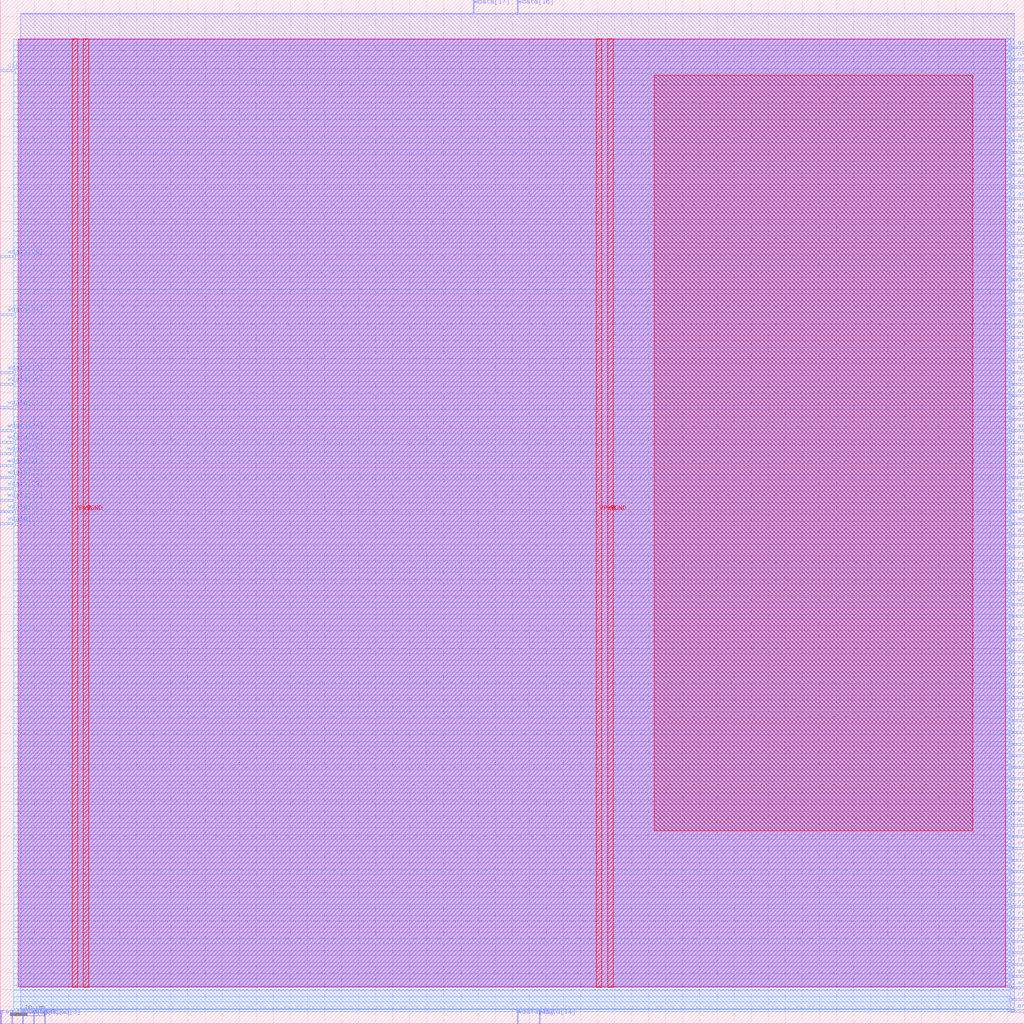
<source format=lef>
VERSION 5.7 ;
  NOWIREEXTENSIONATPIN ON ;
  DIVIDERCHAR "/" ;
  BUSBITCHARS "[]" ;
MACRO pwm_wrapper
  CLASS BLOCK ;
  FOREIGN pwm_wrapper ;
  ORIGIN 0.000 0.000 ;
  SIZE 300.000 BY 300.000 ;
  PIN CLK
    DIRECTION INPUT ;
    USE SIGNAL ;
    ANTENNAGATEAREA 0.852000 ;
    ANTENNADIFFAREA 0.434700 ;
    PORT
      LAYER met3 ;
        RECT 0.000 278.840 4.000 279.440 ;
    END
  END CLK
  PIN VGND
    DIRECTION INOUT ;
    USE GROUND ;
    PORT
      LAYER met4 ;
        RECT 24.340 10.640 25.940 288.560 ;
    END
    PORT
      LAYER met4 ;
        RECT 177.940 10.640 179.540 288.560 ;
    END
  END VGND
  PIN VPWR
    DIRECTION INOUT ;
    USE POWER ;
    PORT
      LAYER met4 ;
        RECT 21.040 10.640 22.640 288.560 ;
    END
    PORT
      LAYER met4 ;
        RECT 174.640 10.640 176.240 288.560 ;
    END
  END VPWR
  PIN addr[0]
    DIRECTION INPUT ;
    USE SIGNAL ;
    ANTENNAGATEAREA 0.213000 ;
    ANTENNADIFFAREA 0.434700 ;
    PORT
      LAYER met3 ;
        RECT 296.000 285.640 300.000 286.240 ;
    END
  END addr[0]
  PIN addr[10]
    DIRECTION INPUT ;
    USE SIGNAL ;
    ANTENNAGATEAREA 0.196500 ;
    ANTENNADIFFAREA 0.434700 ;
    PORT
      LAYER met3 ;
        RECT 296.000 278.840 300.000 279.440 ;
    END
  END addr[10]
  PIN addr[11]
    DIRECTION INPUT ;
    USE SIGNAL ;
    ANTENNAGATEAREA 0.196500 ;
    ANTENNADIFFAREA 0.434700 ;
    PORT
      LAYER met3 ;
        RECT 296.000 217.640 300.000 218.240 ;
    END
  END addr[11]
  PIN addr[12]
    DIRECTION INPUT ;
    USE SIGNAL ;
    ANTENNAGATEAREA 0.196500 ;
    ANTENNADIFFAREA 0.434700 ;
    PORT
      LAYER met3 ;
        RECT 296.000 275.440 300.000 276.040 ;
    END
  END addr[12]
  PIN addr[13]
    DIRECTION INPUT ;
    USE SIGNAL ;
    ANTENNAGATEAREA 0.196500 ;
    ANTENNADIFFAREA 0.434700 ;
    PORT
      LAYER met3 ;
        RECT 296.000 207.440 300.000 208.040 ;
    END
  END addr[13]
  PIN addr[14]
    DIRECTION INPUT ;
    USE SIGNAL ;
    ANTENNAGATEAREA 0.196500 ;
    ANTENNADIFFAREA 0.434700 ;
    PORT
      LAYER met3 ;
        RECT 296.000 255.040 300.000 255.640 ;
    END
  END addr[14]
  PIN addr[15]
    DIRECTION INPUT ;
    USE SIGNAL ;
    ANTENNAGATEAREA 0.196500 ;
    ANTENNADIFFAREA 0.434700 ;
    PORT
      LAYER met3 ;
        RECT 296.000 204.040 300.000 204.640 ;
    END
  END addr[15]
  PIN addr[16]
    DIRECTION INPUT ;
    USE SIGNAL ;
    ANTENNAGATEAREA 0.196500 ;
    ANTENNADIFFAREA 0.434700 ;
    PORT
      LAYER met3 ;
        RECT 296.000 170.040 300.000 170.640 ;
    END
  END addr[16]
  PIN addr[17]
    DIRECTION INPUT ;
    USE SIGNAL ;
    ANTENNAGATEAREA 0.196500 ;
    ANTENNADIFFAREA 0.434700 ;
    PORT
      LAYER met3 ;
        RECT 296.000 187.040 300.000 187.640 ;
    END
  END addr[17]
  PIN addr[18]
    DIRECTION INPUT ;
    USE SIGNAL ;
    ANTENNAGATEAREA 0.196500 ;
    ANTENNADIFFAREA 0.434700 ;
    PORT
      LAYER met3 ;
        RECT 296.000 214.240 300.000 214.840 ;
    END
  END addr[18]
  PIN addr[19]
    DIRECTION INPUT ;
    USE SIGNAL ;
    ANTENNAGATEAREA 0.196500 ;
    ANTENNADIFFAREA 0.434700 ;
    PORT
      LAYER met3 ;
        RECT 296.000 183.640 300.000 184.240 ;
    END
  END addr[19]
  PIN addr[1]
    DIRECTION INPUT ;
    USE SIGNAL ;
    ANTENNAGATEAREA 0.196500 ;
    ANTENNADIFFAREA 0.434700 ;
    PORT
      LAYER met3 ;
        RECT 296.000 156.440 300.000 157.040 ;
    END
  END addr[1]
  PIN addr[20]
    DIRECTION INPUT ;
    USE SIGNAL ;
    ANTENNAGATEAREA 0.196500 ;
    ANTENNADIFFAREA 0.434700 ;
    PORT
      LAYER met3 ;
        RECT 296.000 176.840 300.000 177.440 ;
    END
  END addr[20]
  PIN addr[21]
    DIRECTION INPUT ;
    USE SIGNAL ;
    ANTENNAGATEAREA 0.196500 ;
    ANTENNADIFFAREA 0.434700 ;
    PORT
      LAYER met3 ;
        RECT 296.000 173.440 300.000 174.040 ;
    END
  END addr[21]
  PIN addr[22]
    DIRECTION INPUT ;
    USE SIGNAL ;
    ANTENNAGATEAREA 0.196500 ;
    ANTENNADIFFAREA 0.434700 ;
    PORT
      LAYER met3 ;
        RECT 296.000 166.640 300.000 167.240 ;
    END
  END addr[22]
  PIN addr[23]
    DIRECTION INPUT ;
    USE SIGNAL ;
    ANTENNAGATEAREA 0.196500 ;
    ANTENNADIFFAREA 0.434700 ;
    PORT
      LAYER met3 ;
        RECT 296.000 248.240 300.000 248.840 ;
    END
  END addr[23]
  PIN addr[24]
    DIRECTION INPUT ;
    USE SIGNAL ;
    ANTENNAGATEAREA 0.196500 ;
    ANTENNADIFFAREA 0.434700 ;
    PORT
      LAYER met3 ;
        RECT 296.000 180.240 300.000 180.840 ;
    END
  END addr[24]
  PIN addr[25]
    DIRECTION INPUT ;
    USE SIGNAL ;
    ANTENNAGATEAREA 0.196500 ;
    ANTENNADIFFAREA 0.434700 ;
    PORT
      LAYER met3 ;
        RECT 296.000 159.840 300.000 160.440 ;
    END
  END addr[25]
  PIN addr[26]
    DIRECTION INPUT ;
    USE SIGNAL ;
    ANTENNAGATEAREA 0.196500 ;
    ANTENNADIFFAREA 0.434700 ;
    PORT
      LAYER met3 ;
        RECT 296.000 224.440 300.000 225.040 ;
    END
  END addr[26]
  PIN addr[27]
    DIRECTION INPUT ;
    USE SIGNAL ;
    ANTENNAGATEAREA 0.196500 ;
    ANTENNADIFFAREA 0.434700 ;
    PORT
      LAYER met3 ;
        RECT 296.000 258.440 300.000 259.040 ;
    END
  END addr[27]
  PIN addr[28]
    DIRECTION INPUT ;
    USE SIGNAL ;
    ANTENNAGATEAREA 0.196500 ;
    ANTENNADIFFAREA 0.434700 ;
    PORT
      LAYER met3 ;
        RECT 296.000 197.240 300.000 197.840 ;
    END
  END addr[28]
  PIN addr[29]
    DIRECTION INPUT ;
    USE SIGNAL ;
    ANTENNAGATEAREA 0.196500 ;
    ANTENNADIFFAREA 0.434700 ;
    PORT
      LAYER met3 ;
        RECT 296.000 163.240 300.000 163.840 ;
    END
  END addr[29]
  PIN addr[2]
    DIRECTION INPUT ;
    USE SIGNAL ;
    ANTENNAGATEAREA 0.196500 ;
    ANTENNADIFFAREA 0.434700 ;
    PORT
      LAYER met3 ;
        RECT 296.000 153.040 300.000 153.640 ;
    END
  END addr[2]
  PIN addr[30]
    DIRECTION INPUT ;
    USE SIGNAL ;
    ANTENNAGATEAREA 0.196500 ;
    ANTENNADIFFAREA 0.434700 ;
    PORT
      LAYER met3 ;
        RECT 296.000 241.440 300.000 242.040 ;
    END
  END addr[30]
  PIN addr[31]
    DIRECTION INPUT ;
    USE SIGNAL ;
    ANTENNAGATEAREA 0.196500 ;
    ANTENNADIFFAREA 0.434700 ;
    PORT
      LAYER met3 ;
        RECT 296.000 234.640 300.000 235.240 ;
    END
  END addr[31]
  PIN addr[3]
    DIRECTION INPUT ;
    USE SIGNAL ;
    ANTENNAGATEAREA 0.213000 ;
    ANTENNADIFFAREA 0.434700 ;
    PORT
      LAYER met3 ;
        RECT 296.000 142.840 300.000 143.440 ;
    END
  END addr[3]
  PIN addr[4]
    DIRECTION INPUT ;
    USE SIGNAL ;
    ANTENNAGATEAREA 0.196500 ;
    ANTENNADIFFAREA 0.434700 ;
    PORT
      LAYER met3 ;
        RECT 296.000 149.640 300.000 150.240 ;
    END
  END addr[4]
  PIN addr[5]
    DIRECTION INPUT ;
    USE SIGNAL ;
    ANTENNAGATEAREA 0.196500 ;
    ANTENNADIFFAREA 0.434700 ;
    PORT
      LAYER met3 ;
        RECT 296.000 265.240 300.000 265.840 ;
    END
  END addr[5]
  PIN addr[6]
    DIRECTION INPUT ;
    USE SIGNAL ;
    ANTENNAGATEAREA 0.196500 ;
    ANTENNADIFFAREA 0.434700 ;
    PORT
      LAYER met3 ;
        RECT 296.000 190.440 300.000 191.040 ;
    END
  END addr[6]
  PIN addr[7]
    DIRECTION INPUT ;
    USE SIGNAL ;
    ANTENNAGATEAREA 0.196500 ;
    ANTENNADIFFAREA 0.434700 ;
    PORT
      LAYER met3 ;
        RECT 296.000 244.840 300.000 245.440 ;
    END
  END addr[7]
  PIN addr[8]
    DIRECTION INPUT ;
    USE SIGNAL ;
    ANTENNAGATEAREA 0.196500 ;
    ANTENNADIFFAREA 0.434700 ;
    PORT
      LAYER met3 ;
        RECT 296.000 193.840 300.000 194.440 ;
    END
  END addr[8]
  PIN addr[9]
    DIRECTION INPUT ;
    USE SIGNAL ;
    ANTENNAGATEAREA 0.196500 ;
    ANTENNADIFFAREA 0.434700 ;
    PORT
      LAYER met3 ;
        RECT 296.000 238.040 300.000 238.640 ;
    END
  END addr[9]
  PIN error
    DIRECTION OUTPUT ;
    USE SIGNAL ;
    ANTENNADIFFAREA 0.445500 ;
    PORT
      LAYER met3 ;
        RECT 296.000 3.440 300.000 4.040 ;
    END
  END error
  PIN nRST
    DIRECTION INPUT ;
    USE SIGNAL ;
    ANTENNAGATEAREA 0.213000 ;
    ANTENNADIFFAREA 0.434700 ;
    PORT
      LAYER met3 ;
        RECT 296.000 282.240 300.000 282.840 ;
    END
  END nRST
  PIN pwm_out[0]
    DIRECTION OUTPUT ;
    USE SIGNAL ;
    ANTENNADIFFAREA 0.445500 ;
    PORT
      LAYER met3 ;
        RECT 296.000 129.240 300.000 129.840 ;
    END
  END pwm_out[0]
  PIN pwm_out[1]
    DIRECTION OUTPUT ;
    USE SIGNAL ;
    ANTENNADIFFAREA 0.445500 ;
    PORT
      LAYER met3 ;
        RECT 296.000 231.240 300.000 231.840 ;
    END
  END pwm_out[1]
  PIN rdata[0]
    DIRECTION OUTPUT ;
    USE SIGNAL ;
    ANTENNADIFFAREA 0.445500 ;
    PORT
      LAYER met3 ;
        RECT 296.000 119.040 300.000 119.640 ;
    END
  END rdata[0]
  PIN rdata[10]
    DIRECTION OUTPUT ;
    USE SIGNAL ;
    ANTENNADIFFAREA 0.445500 ;
    PORT
      LAYER met3 ;
        RECT 296.000 115.640 300.000 116.240 ;
    END
  END rdata[10]
  PIN rdata[11]
    DIRECTION OUTPUT ;
    USE SIGNAL ;
    ANTENNADIFFAREA 0.445500 ;
    PORT
      LAYER met3 ;
        RECT 296.000 108.840 300.000 109.440 ;
    END
  END rdata[11]
  PIN rdata[12]
    DIRECTION OUTPUT ;
    USE SIGNAL ;
    ANTENNADIFFAREA 0.445500 ;
    PORT
      LAYER met3 ;
        RECT 296.000 105.440 300.000 106.040 ;
    END
  END rdata[12]
  PIN rdata[13]
    DIRECTION OUTPUT ;
    USE SIGNAL ;
    ANTENNADIFFAREA 0.445500 ;
    PORT
      LAYER met3 ;
        RECT 296.000 98.640 300.000 99.240 ;
    END
  END rdata[13]
  PIN rdata[14]
    DIRECTION OUTPUT ;
    USE SIGNAL ;
    ANTENNADIFFAREA 0.445500 ;
    PORT
      LAYER met3 ;
        RECT 296.000 139.440 300.000 140.040 ;
    END
  END rdata[14]
  PIN rdata[15]
    DIRECTION OUTPUT ;
    USE SIGNAL ;
    ANTENNADIFFAREA 0.445500 ;
    PORT
      LAYER met3 ;
        RECT 296.000 91.840 300.000 92.440 ;
    END
  END rdata[15]
  PIN rdata[16]
    DIRECTION OUTPUT ;
    USE SIGNAL ;
    ANTENNADIFFAREA 0.445500 ;
    PORT
      LAYER met3 ;
        RECT 296.000 88.440 300.000 89.040 ;
    END
  END rdata[16]
  PIN rdata[17]
    DIRECTION OUTPUT ;
    USE SIGNAL ;
    ANTENNADIFFAREA 0.445500 ;
    PORT
      LAYER met3 ;
        RECT 296.000 102.040 300.000 102.640 ;
    END
  END rdata[17]
  PIN rdata[18]
    DIRECTION OUTPUT ;
    USE SIGNAL ;
    ANTENNADIFFAREA 0.445500 ;
    PORT
      LAYER met3 ;
        RECT 296.000 85.040 300.000 85.640 ;
    END
  END rdata[18]
  PIN rdata[19]
    DIRECTION OUTPUT ;
    USE SIGNAL ;
    ANTENNADIFFAREA 0.445500 ;
    PORT
      LAYER met3 ;
        RECT 296.000 81.640 300.000 82.240 ;
    END
  END rdata[19]
  PIN rdata[1]
    DIRECTION OUTPUT ;
    USE SIGNAL ;
    ANTENNADIFFAREA 0.445500 ;
    PORT
      LAYER met3 ;
        RECT 296.000 78.240 300.000 78.840 ;
    END
  END rdata[1]
  PIN rdata[20]
    DIRECTION OUTPUT ;
    USE SIGNAL ;
    ANTENNADIFFAREA 0.445500 ;
    PORT
      LAYER met3 ;
        RECT 296.000 74.840 300.000 75.440 ;
    END
  END rdata[20]
  PIN rdata[21]
    DIRECTION OUTPUT ;
    USE SIGNAL ;
    ANTENNADIFFAREA 0.445500 ;
    PORT
      LAYER met3 ;
        RECT 296.000 71.440 300.000 72.040 ;
    END
  END rdata[21]
  PIN rdata[22]
    DIRECTION OUTPUT ;
    USE SIGNAL ;
    ANTENNADIFFAREA 0.445500 ;
    PORT
      LAYER met3 ;
        RECT 296.000 68.040 300.000 68.640 ;
    END
  END rdata[22]
  PIN rdata[23]
    DIRECTION OUTPUT ;
    USE SIGNAL ;
    ANTENNADIFFAREA 0.445500 ;
    PORT
      LAYER met3 ;
        RECT 296.000 61.240 300.000 61.840 ;
    END
  END rdata[23]
  PIN rdata[24]
    DIRECTION OUTPUT ;
    USE SIGNAL ;
    ANTENNADIFFAREA 0.445500 ;
    PORT
      LAYER met3 ;
        RECT 296.000 6.840 300.000 7.440 ;
    END
  END rdata[24]
  PIN rdata[25]
    DIRECTION OUTPUT ;
    USE SIGNAL ;
    ANTENNADIFFAREA 0.445500 ;
    PORT
      LAYER met3 ;
        RECT 296.000 54.440 300.000 55.040 ;
    END
  END rdata[25]
  PIN rdata[26]
    DIRECTION OUTPUT ;
    USE SIGNAL ;
    ANTENNADIFFAREA 0.445500 ;
    PORT
      LAYER met3 ;
        RECT 296.000 125.840 300.000 126.440 ;
    END
  END rdata[26]
  PIN rdata[27]
    DIRECTION OUTPUT ;
    USE SIGNAL ;
    ANTENNADIFFAREA 0.445500 ;
    PORT
      LAYER met3 ;
        RECT 296.000 51.040 300.000 51.640 ;
    END
  END rdata[27]
  PIN rdata[28]
    DIRECTION OUTPUT ;
    USE SIGNAL ;
    ANTENNADIFFAREA 0.445500 ;
    PORT
      LAYER met3 ;
        RECT 296.000 47.640 300.000 48.240 ;
    END
  END rdata[28]
  PIN rdata[29]
    DIRECTION OUTPUT ;
    USE SIGNAL ;
    ANTENNADIFFAREA 0.445500 ;
    PORT
      LAYER met3 ;
        RECT 296.000 44.240 300.000 44.840 ;
    END
  END rdata[29]
  PIN rdata[2]
    DIRECTION OUTPUT ;
    USE SIGNAL ;
    ANTENNADIFFAREA 0.445500 ;
    PORT
      LAYER met3 ;
        RECT 296.000 40.840 300.000 41.440 ;
    END
  END rdata[2]
  PIN rdata[30]
    DIRECTION OUTPUT ;
    USE SIGNAL ;
    ANTENNADIFFAREA 0.445500 ;
    PORT
      LAYER met3 ;
        RECT 296.000 37.440 300.000 38.040 ;
    END
  END rdata[30]
  PIN rdata[31]
    DIRECTION OUTPUT ;
    USE SIGNAL ;
    ANTENNADIFFAREA 0.445500 ;
    PORT
      LAYER met3 ;
        RECT 296.000 34.040 300.000 34.640 ;
    END
  END rdata[31]
  PIN rdata[3]
    DIRECTION OUTPUT ;
    USE SIGNAL ;
    ANTENNADIFFAREA 0.445500 ;
    PORT
      LAYER met3 ;
        RECT 296.000 30.640 300.000 31.240 ;
    END
  END rdata[3]
  PIN rdata[4]
    DIRECTION OUTPUT ;
    USE SIGNAL ;
    ANTENNADIFFAREA 0.445500 ;
    PORT
      LAYER met3 ;
        RECT 296.000 132.640 300.000 133.240 ;
    END
  END rdata[4]
  PIN rdata[5]
    DIRECTION OUTPUT ;
    USE SIGNAL ;
    ANTENNADIFFAREA 0.445500 ;
    PORT
      LAYER met3 ;
        RECT 296.000 136.040 300.000 136.640 ;
    END
  END rdata[5]
  PIN rdata[6]
    DIRECTION OUTPUT ;
    USE SIGNAL ;
    ANTENNADIFFAREA 0.445500 ;
    PORT
      LAYER met3 ;
        RECT 296.000 64.640 300.000 65.240 ;
    END
  END rdata[6]
  PIN rdata[7]
    DIRECTION OUTPUT ;
    USE SIGNAL ;
    ANTENNADIFFAREA 0.445500 ;
    PORT
      LAYER met3 ;
        RECT 296.000 27.240 300.000 27.840 ;
    END
  END rdata[7]
  PIN rdata[8]
    DIRECTION OUTPUT ;
    USE SIGNAL ;
    ANTENNADIFFAREA 0.445500 ;
    PORT
      LAYER met3 ;
        RECT 296.000 23.840 300.000 24.440 ;
    END
  END rdata[8]
  PIN rdata[9]
    DIRECTION OUTPUT ;
    USE SIGNAL ;
    ANTENNADIFFAREA 0.445500 ;
    PORT
      LAYER met3 ;
        RECT 296.000 20.440 300.000 21.040 ;
    END
  END rdata[9]
  PIN ren
    DIRECTION INPUT ;
    USE SIGNAL ;
    PORT
      LAYER met2 ;
        RECT 0.090 0.000 0.370 4.000 ;
    END
  END ren
  PIN request_stall
    DIRECTION OUTPUT ;
    USE SIGNAL ;
    ANTENNADIFFAREA 0.445500 ;
    PORT
      LAYER met3 ;
        RECT 296.000 17.040 300.000 17.640 ;
    END
  END request_stall
  PIN strobe[0]
    DIRECTION INPUT ;
    USE SIGNAL ;
    PORT
      LAYER met2 ;
        RECT 3.310 0.000 3.590 4.000 ;
    END
  END strobe[0]
  PIN strobe[1]
    DIRECTION INPUT ;
    USE SIGNAL ;
    PORT
      LAYER met2 ;
        RECT 6.530 0.000 6.810 4.000 ;
    END
  END strobe[1]
  PIN strobe[2]
    DIRECTION INPUT ;
    USE SIGNAL ;
    PORT
      LAYER met2 ;
        RECT 9.750 0.000 10.030 4.000 ;
    END
  END strobe[2]
  PIN strobe[3]
    DIRECTION INPUT ;
    USE SIGNAL ;
    PORT
      LAYER met2 ;
        RECT 12.970 0.000 13.250 4.000 ;
    END
  END strobe[3]
  PIN wdata[0]
    DIRECTION INPUT ;
    USE SIGNAL ;
    ANTENNAGATEAREA 0.213000 ;
    ANTENNADIFFAREA 0.434700 ;
    PORT
      LAYER met3 ;
        RECT 296.000 268.640 300.000 269.240 ;
    END
  END wdata[0]
  PIN wdata[10]
    DIRECTION INPUT ;
    USE SIGNAL ;
    ANTENNAGATEAREA 0.213000 ;
    ANTENNADIFFAREA 0.434700 ;
    PORT
      LAYER met3 ;
        RECT 296.000 122.440 300.000 123.040 ;
    END
  END wdata[10]
  PIN wdata[11]
    DIRECTION INPUT ;
    USE SIGNAL ;
    ANTENNAGATEAREA 0.213000 ;
    ANTENNADIFFAREA 0.434700 ;
    PORT
      LAYER met3 ;
        RECT 296.000 272.040 300.000 272.640 ;
    END
  END wdata[11]
  PIN wdata[12]
    DIRECTION INPUT ;
    USE SIGNAL ;
    ANTENNAGATEAREA 0.159000 ;
    ANTENNADIFFAREA 0.434700 ;
    PORT
      LAYER met3 ;
        RECT 296.000 210.840 300.000 211.440 ;
    END
  END wdata[12]
  PIN wdata[13]
    DIRECTION INPUT ;
    USE SIGNAL ;
    ANTENNAGATEAREA 0.159000 ;
    ANTENNADIFFAREA 0.434700 ;
    PORT
      LAYER met3 ;
        RECT 296.000 261.840 300.000 262.440 ;
    END
  END wdata[13]
  PIN wdata[14]
    DIRECTION INPUT ;
    USE SIGNAL ;
    ANTENNAGATEAREA 0.213000 ;
    ANTENNADIFFAREA 0.434700 ;
    PORT
      LAYER met2 ;
        RECT 157.870 0.000 158.150 4.000 ;
    END
  END wdata[14]
  PIN wdata[15]
    DIRECTION INPUT ;
    USE SIGNAL ;
    ANTENNAGATEAREA 0.213000 ;
    ANTENNADIFFAREA 0.434700 ;
    PORT
      LAYER met2 ;
        RECT 151.430 0.000 151.710 4.000 ;
    END
  END wdata[15]
  PIN wdata[16]
    DIRECTION INPUT ;
    USE SIGNAL ;
    ANTENNAGATEAREA 0.213000 ;
    ANTENNADIFFAREA 0.434700 ;
    PORT
      LAYER met2 ;
        RECT 151.430 296.000 151.710 300.000 ;
    END
  END wdata[16]
  PIN wdata[17]
    DIRECTION INPUT ;
    USE SIGNAL ;
    ANTENNAGATEAREA 0.213000 ;
    ANTENNADIFFAREA 0.434700 ;
    PORT
      LAYER met2 ;
        RECT 138.550 296.000 138.830 300.000 ;
    END
  END wdata[17]
  PIN wdata[18]
    DIRECTION INPUT ;
    USE SIGNAL ;
    ANTENNAGATEAREA 0.159000 ;
    ANTENNADIFFAREA 0.434700 ;
    PORT
      LAYER met3 ;
        RECT 0.000 163.240 4.000 163.840 ;
    END
  END wdata[18]
  PIN wdata[19]
    DIRECTION INPUT ;
    USE SIGNAL ;
    ANTENNAGATEAREA 0.213000 ;
    ANTENNADIFFAREA 0.434700 ;
    PORT
      LAYER met3 ;
        RECT 0.000 190.440 4.000 191.040 ;
    END
  END wdata[19]
  PIN wdata[1]
    DIRECTION INPUT ;
    USE SIGNAL ;
    ANTENNAGATEAREA 0.159000 ;
    ANTENNADIFFAREA 0.434700 ;
    PORT
      LAYER met3 ;
        RECT 296.000 251.640 300.000 252.240 ;
    END
  END wdata[1]
  PIN wdata[20]
    DIRECTION INPUT ;
    USE SIGNAL ;
    ANTENNAGATEAREA 0.213000 ;
    ANTENNADIFFAREA 0.434700 ;
    PORT
      LAYER met3 ;
        RECT 0.000 166.640 4.000 167.240 ;
    END
  END wdata[20]
  PIN wdata[21]
    DIRECTION INPUT ;
    USE SIGNAL ;
    ANTENNAGATEAREA 0.213000 ;
    ANTENNADIFFAREA 0.434700 ;
    PORT
      LAYER met3 ;
        RECT 0.000 180.240 4.000 180.840 ;
    END
  END wdata[21]
  PIN wdata[22]
    DIRECTION INPUT ;
    USE SIGNAL ;
    ANTENNAGATEAREA 0.213000 ;
    ANTENNADIFFAREA 0.434700 ;
    PORT
      LAYER met3 ;
        RECT 0.000 159.840 4.000 160.440 ;
    END
  END wdata[22]
  PIN wdata[23]
    DIRECTION INPUT ;
    USE SIGNAL ;
    ANTENNAGATEAREA 0.213000 ;
    ANTENNADIFFAREA 0.434700 ;
    PORT
      LAYER met3 ;
        RECT 0.000 156.440 4.000 157.040 ;
    END
  END wdata[23]
  PIN wdata[24]
    DIRECTION INPUT ;
    USE SIGNAL ;
    ANTENNAGATEAREA 0.213000 ;
    ANTENNADIFFAREA 0.434700 ;
    PORT
      LAYER met3 ;
        RECT 0.000 173.440 4.000 174.040 ;
    END
  END wdata[24]
  PIN wdata[25]
    DIRECTION INPUT ;
    USE SIGNAL ;
    ANTENNAGATEAREA 0.213000 ;
    ANTENNADIFFAREA 0.434700 ;
    PORT
      LAYER met3 ;
        RECT 0.000 153.040 4.000 153.640 ;
    END
  END wdata[25]
  PIN wdata[26]
    DIRECTION INPUT ;
    USE SIGNAL ;
    ANTENNAGATEAREA 0.213000 ;
    ANTENNADIFFAREA 0.434700 ;
    PORT
      LAYER met3 ;
        RECT 0.000 224.440 4.000 225.040 ;
    END
  END wdata[26]
  PIN wdata[27]
    DIRECTION INPUT ;
    USE SIGNAL ;
    ANTENNAGATEAREA 0.213000 ;
    ANTENNADIFFAREA 0.434700 ;
    PORT
      LAYER met3 ;
        RECT 0.000 207.440 4.000 208.040 ;
    END
  END wdata[27]
  PIN wdata[28]
    DIRECTION INPUT ;
    USE SIGNAL ;
    ANTENNAGATEAREA 0.213000 ;
    ANTENNADIFFAREA 0.434700 ;
    PORT
      LAYER met3 ;
        RECT 0.000 187.040 4.000 187.640 ;
    END
  END wdata[28]
  PIN wdata[29]
    DIRECTION INPUT ;
    USE SIGNAL ;
    ANTENNAGATEAREA 0.213000 ;
    ANTENNADIFFAREA 0.434700 ;
    PORT
      LAYER met3 ;
        RECT 0.000 149.640 4.000 150.240 ;
    END
  END wdata[29]
  PIN wdata[2]
    DIRECTION INPUT ;
    USE SIGNAL ;
    ANTENNAGATEAREA 0.213000 ;
    ANTENNADIFFAREA 0.434700 ;
    PORT
      LAYER met3 ;
        RECT 296.000 10.240 300.000 10.840 ;
    END
  END wdata[2]
  PIN wdata[30]
    DIRECTION INPUT ;
    USE SIGNAL ;
    ANTENNAGATEAREA 0.159000 ;
    ANTENNADIFFAREA 0.434700 ;
    PORT
      LAYER met3 ;
        RECT 0.000 170.040 4.000 170.640 ;
    END
  END wdata[30]
  PIN wdata[31]
    DIRECTION INPUT ;
    USE SIGNAL ;
    ANTENNAGATEAREA 0.159000 ;
    ANTENNADIFFAREA 0.434700 ;
    PORT
      LAYER met3 ;
        RECT 0.000 146.240 4.000 146.840 ;
    END
  END wdata[31]
  PIN wdata[3]
    DIRECTION INPUT ;
    USE SIGNAL ;
    ANTENNAGATEAREA 0.213000 ;
    ANTENNADIFFAREA 0.434700 ;
    PORT
      LAYER met3 ;
        RECT 296.000 13.640 300.000 14.240 ;
    END
  END wdata[3]
  PIN wdata[4]
    DIRECTION INPUT ;
    USE SIGNAL ;
    ANTENNAGATEAREA 0.213000 ;
    ANTENNADIFFAREA 0.434700 ;
    PORT
      LAYER met3 ;
        RECT 296.000 200.640 300.000 201.240 ;
    END
  END wdata[4]
  PIN wdata[5]
    DIRECTION INPUT ;
    USE SIGNAL ;
    ANTENNAGATEAREA 0.126000 ;
    ANTENNADIFFAREA 0.434700 ;
    PORT
      LAYER met3 ;
        RECT 296.000 112.240 300.000 112.840 ;
    END
  END wdata[5]
  PIN wdata[6]
    DIRECTION INPUT ;
    USE SIGNAL ;
    ANTENNAGATEAREA 0.213000 ;
    ANTENNADIFFAREA 0.434700 ;
    PORT
      LAYER met3 ;
        RECT 296.000 95.240 300.000 95.840 ;
    END
  END wdata[6]
  PIN wdata[7]
    DIRECTION INPUT ;
    USE SIGNAL ;
    ANTENNAGATEAREA 0.213000 ;
    ANTENNADIFFAREA 0.434700 ;
    PORT
      LAYER met3 ;
        RECT 296.000 227.840 300.000 228.440 ;
    END
  END wdata[7]
  PIN wdata[8]
    DIRECTION INPUT ;
    USE SIGNAL ;
    ANTENNAGATEAREA 0.213000 ;
    ANTENNADIFFAREA 0.434700 ;
    PORT
      LAYER met3 ;
        RECT 296.000 57.840 300.000 58.440 ;
    END
  END wdata[8]
  PIN wdata[9]
    DIRECTION INPUT ;
    USE SIGNAL ;
    ANTENNAGATEAREA 0.213000 ;
    ANTENNADIFFAREA 0.434700 ;
    PORT
      LAYER met3 ;
        RECT 296.000 221.040 300.000 221.640 ;
    END
  END wdata[9]
  PIN wen
    DIRECTION INPUT ;
    USE SIGNAL ;
    ANTENNAGATEAREA 0.196500 ;
    ANTENNADIFFAREA 0.434700 ;
    PORT
      LAYER met3 ;
        RECT 296.000 146.240 300.000 146.840 ;
    END
  END wen
  OBS
      LAYER nwell ;
        RECT 5.330 10.795 294.590 288.405 ;
      LAYER li1 ;
        RECT 5.520 10.795 294.400 288.405 ;
      LAYER met1 ;
        RECT 5.520 10.640 297.090 288.560 ;
      LAYER met2 ;
        RECT 6.070 295.720 138.270 296.000 ;
        RECT 139.110 295.720 151.150 296.000 ;
        RECT 151.990 295.720 297.060 296.000 ;
        RECT 6.070 4.280 297.060 295.720 ;
        RECT 6.070 3.555 6.250 4.280 ;
        RECT 7.090 3.555 9.470 4.280 ;
        RECT 10.310 3.555 12.690 4.280 ;
        RECT 13.530 3.555 151.150 4.280 ;
        RECT 151.990 3.555 157.590 4.280 ;
        RECT 158.430 3.555 297.060 4.280 ;
      LAYER met3 ;
        RECT 4.000 286.640 296.000 288.485 ;
        RECT 4.000 285.240 295.600 286.640 ;
        RECT 4.000 283.240 296.000 285.240 ;
        RECT 4.000 281.840 295.600 283.240 ;
        RECT 4.000 279.840 296.000 281.840 ;
        RECT 4.400 278.440 295.600 279.840 ;
        RECT 4.000 276.440 296.000 278.440 ;
        RECT 4.000 275.040 295.600 276.440 ;
        RECT 4.000 273.040 296.000 275.040 ;
        RECT 4.000 271.640 295.600 273.040 ;
        RECT 4.000 269.640 296.000 271.640 ;
        RECT 4.000 268.240 295.600 269.640 ;
        RECT 4.000 266.240 296.000 268.240 ;
        RECT 4.000 264.840 295.600 266.240 ;
        RECT 4.000 262.840 296.000 264.840 ;
        RECT 4.000 261.440 295.600 262.840 ;
        RECT 4.000 259.440 296.000 261.440 ;
        RECT 4.000 258.040 295.600 259.440 ;
        RECT 4.000 256.040 296.000 258.040 ;
        RECT 4.000 254.640 295.600 256.040 ;
        RECT 4.000 252.640 296.000 254.640 ;
        RECT 4.000 251.240 295.600 252.640 ;
        RECT 4.000 249.240 296.000 251.240 ;
        RECT 4.000 247.840 295.600 249.240 ;
        RECT 4.000 245.840 296.000 247.840 ;
        RECT 4.000 244.440 295.600 245.840 ;
        RECT 4.000 242.440 296.000 244.440 ;
        RECT 4.000 241.040 295.600 242.440 ;
        RECT 4.000 239.040 296.000 241.040 ;
        RECT 4.000 237.640 295.600 239.040 ;
        RECT 4.000 235.640 296.000 237.640 ;
        RECT 4.000 234.240 295.600 235.640 ;
        RECT 4.000 232.240 296.000 234.240 ;
        RECT 4.000 230.840 295.600 232.240 ;
        RECT 4.000 228.840 296.000 230.840 ;
        RECT 4.000 227.440 295.600 228.840 ;
        RECT 4.000 225.440 296.000 227.440 ;
        RECT 4.400 224.040 295.600 225.440 ;
        RECT 4.000 222.040 296.000 224.040 ;
        RECT 4.000 220.640 295.600 222.040 ;
        RECT 4.000 218.640 296.000 220.640 ;
        RECT 4.000 217.240 295.600 218.640 ;
        RECT 4.000 215.240 296.000 217.240 ;
        RECT 4.000 213.840 295.600 215.240 ;
        RECT 4.000 211.840 296.000 213.840 ;
        RECT 4.000 210.440 295.600 211.840 ;
        RECT 4.000 208.440 296.000 210.440 ;
        RECT 4.400 207.040 295.600 208.440 ;
        RECT 4.000 205.040 296.000 207.040 ;
        RECT 4.000 203.640 295.600 205.040 ;
        RECT 4.000 201.640 296.000 203.640 ;
        RECT 4.000 200.240 295.600 201.640 ;
        RECT 4.000 198.240 296.000 200.240 ;
        RECT 4.000 196.840 295.600 198.240 ;
        RECT 4.000 194.840 296.000 196.840 ;
        RECT 4.000 193.440 295.600 194.840 ;
        RECT 4.000 191.440 296.000 193.440 ;
        RECT 4.400 190.040 295.600 191.440 ;
        RECT 4.000 188.040 296.000 190.040 ;
        RECT 4.400 186.640 295.600 188.040 ;
        RECT 4.000 184.640 296.000 186.640 ;
        RECT 4.000 183.240 295.600 184.640 ;
        RECT 4.000 181.240 296.000 183.240 ;
        RECT 4.400 179.840 295.600 181.240 ;
        RECT 4.000 177.840 296.000 179.840 ;
        RECT 4.000 176.440 295.600 177.840 ;
        RECT 4.000 174.440 296.000 176.440 ;
        RECT 4.400 173.040 295.600 174.440 ;
        RECT 4.000 171.040 296.000 173.040 ;
        RECT 4.400 169.640 295.600 171.040 ;
        RECT 4.000 167.640 296.000 169.640 ;
        RECT 4.400 166.240 295.600 167.640 ;
        RECT 4.000 164.240 296.000 166.240 ;
        RECT 4.400 162.840 295.600 164.240 ;
        RECT 4.000 160.840 296.000 162.840 ;
        RECT 4.400 159.440 295.600 160.840 ;
        RECT 4.000 157.440 296.000 159.440 ;
        RECT 4.400 156.040 295.600 157.440 ;
        RECT 4.000 154.040 296.000 156.040 ;
        RECT 4.400 152.640 295.600 154.040 ;
        RECT 4.000 150.640 296.000 152.640 ;
        RECT 4.400 149.240 295.600 150.640 ;
        RECT 4.000 147.240 296.000 149.240 ;
        RECT 4.400 145.840 295.600 147.240 ;
        RECT 4.000 143.840 296.000 145.840 ;
        RECT 4.000 142.440 295.600 143.840 ;
        RECT 4.000 140.440 296.000 142.440 ;
        RECT 4.000 139.040 295.600 140.440 ;
        RECT 4.000 137.040 296.000 139.040 ;
        RECT 4.000 135.640 295.600 137.040 ;
        RECT 4.000 133.640 296.000 135.640 ;
        RECT 4.000 132.240 295.600 133.640 ;
        RECT 4.000 130.240 296.000 132.240 ;
        RECT 4.000 128.840 295.600 130.240 ;
        RECT 4.000 126.840 296.000 128.840 ;
        RECT 4.000 125.440 295.600 126.840 ;
        RECT 4.000 123.440 296.000 125.440 ;
        RECT 4.000 122.040 295.600 123.440 ;
        RECT 4.000 120.040 296.000 122.040 ;
        RECT 4.000 118.640 295.600 120.040 ;
        RECT 4.000 116.640 296.000 118.640 ;
        RECT 4.000 115.240 295.600 116.640 ;
        RECT 4.000 113.240 296.000 115.240 ;
        RECT 4.000 111.840 295.600 113.240 ;
        RECT 4.000 109.840 296.000 111.840 ;
        RECT 4.000 108.440 295.600 109.840 ;
        RECT 4.000 106.440 296.000 108.440 ;
        RECT 4.000 105.040 295.600 106.440 ;
        RECT 4.000 103.040 296.000 105.040 ;
        RECT 4.000 101.640 295.600 103.040 ;
        RECT 4.000 99.640 296.000 101.640 ;
        RECT 4.000 98.240 295.600 99.640 ;
        RECT 4.000 96.240 296.000 98.240 ;
        RECT 4.000 94.840 295.600 96.240 ;
        RECT 4.000 92.840 296.000 94.840 ;
        RECT 4.000 91.440 295.600 92.840 ;
        RECT 4.000 89.440 296.000 91.440 ;
        RECT 4.000 88.040 295.600 89.440 ;
        RECT 4.000 86.040 296.000 88.040 ;
        RECT 4.000 84.640 295.600 86.040 ;
        RECT 4.000 82.640 296.000 84.640 ;
        RECT 4.000 81.240 295.600 82.640 ;
        RECT 4.000 79.240 296.000 81.240 ;
        RECT 4.000 77.840 295.600 79.240 ;
        RECT 4.000 75.840 296.000 77.840 ;
        RECT 4.000 74.440 295.600 75.840 ;
        RECT 4.000 72.440 296.000 74.440 ;
        RECT 4.000 71.040 295.600 72.440 ;
        RECT 4.000 69.040 296.000 71.040 ;
        RECT 4.000 67.640 295.600 69.040 ;
        RECT 4.000 65.640 296.000 67.640 ;
        RECT 4.000 64.240 295.600 65.640 ;
        RECT 4.000 62.240 296.000 64.240 ;
        RECT 4.000 60.840 295.600 62.240 ;
        RECT 4.000 58.840 296.000 60.840 ;
        RECT 4.000 57.440 295.600 58.840 ;
        RECT 4.000 55.440 296.000 57.440 ;
        RECT 4.000 54.040 295.600 55.440 ;
        RECT 4.000 52.040 296.000 54.040 ;
        RECT 4.000 50.640 295.600 52.040 ;
        RECT 4.000 48.640 296.000 50.640 ;
        RECT 4.000 47.240 295.600 48.640 ;
        RECT 4.000 45.240 296.000 47.240 ;
        RECT 4.000 43.840 295.600 45.240 ;
        RECT 4.000 41.840 296.000 43.840 ;
        RECT 4.000 40.440 295.600 41.840 ;
        RECT 4.000 38.440 296.000 40.440 ;
        RECT 4.000 37.040 295.600 38.440 ;
        RECT 4.000 35.040 296.000 37.040 ;
        RECT 4.000 33.640 295.600 35.040 ;
        RECT 4.000 31.640 296.000 33.640 ;
        RECT 4.000 30.240 295.600 31.640 ;
        RECT 4.000 28.240 296.000 30.240 ;
        RECT 4.000 26.840 295.600 28.240 ;
        RECT 4.000 24.840 296.000 26.840 ;
        RECT 4.000 23.440 295.600 24.840 ;
        RECT 4.000 21.440 296.000 23.440 ;
        RECT 4.000 20.040 295.600 21.440 ;
        RECT 4.000 18.040 296.000 20.040 ;
        RECT 4.000 16.640 295.600 18.040 ;
        RECT 4.000 14.640 296.000 16.640 ;
        RECT 4.000 13.240 295.600 14.640 ;
        RECT 4.000 11.240 296.000 13.240 ;
        RECT 4.000 9.840 295.600 11.240 ;
        RECT 4.000 7.840 296.000 9.840 ;
        RECT 4.000 6.440 295.600 7.840 ;
        RECT 4.000 4.440 296.000 6.440 ;
        RECT 4.000 3.575 295.600 4.440 ;
      LAYER met4 ;
        RECT 191.655 56.615 284.905 277.945 ;
  END
END pwm_wrapper
END LIBRARY


</source>
